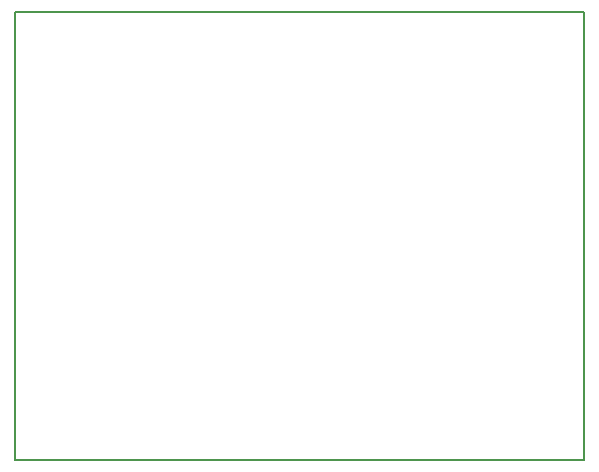
<source format=gbo>
G04 MADE WITH FRITZING*
G04 WWW.FRITZING.ORG*
G04 SINGLE SIDED*
G04 HOLES NOT PLATED*
G04 CONTOUR ON CENTER OF CONTOUR VECTOR*
%ASAXBY*%
%FSLAX23Y23*%
%MOIN*%
%OFA0B0*%
%SFA1.0B1.0*%
%ADD10R,1.901570X1.500000X1.885570X1.484000*%
%ADD11C,0.008000*%
%LNSILK0*%
G90*
G70*
G54D11*
X4Y1496D02*
X1898Y1496D01*
X1898Y4D01*
X4Y4D01*
X4Y1496D01*
D02*
G04 End of Silk0*
M02*
</source>
